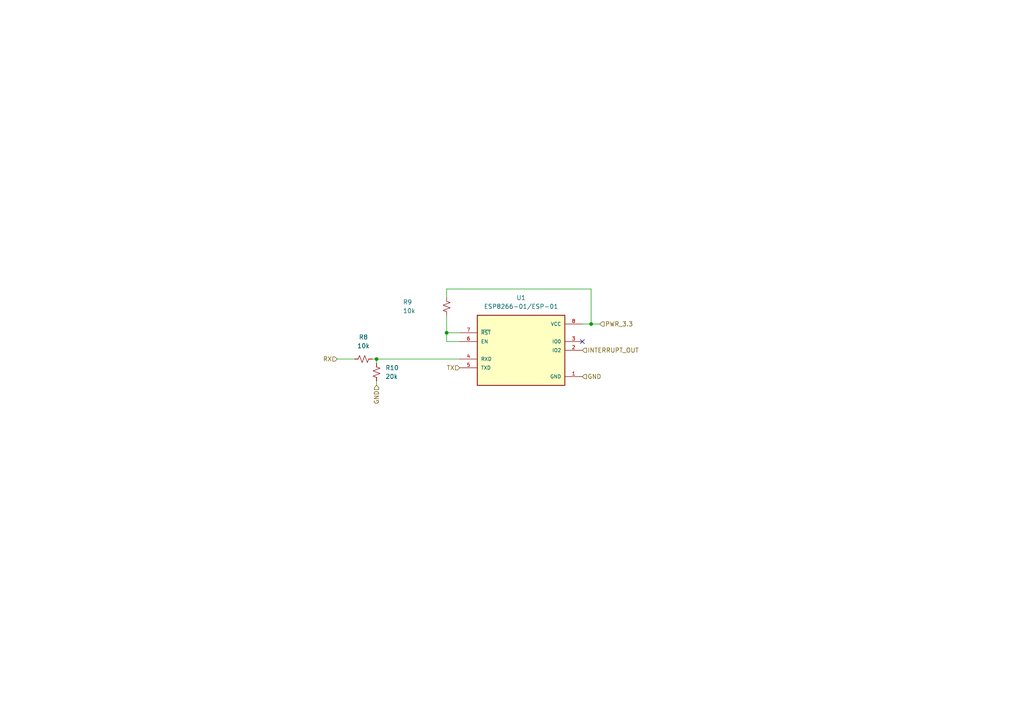
<source format=kicad_sch>
(kicad_sch (version 20230121) (generator eeschema)
  (paper "A4")
  (lib_symbols
    (symbol "Device:R_Small_US" (pin_numbers hide) (pin_names (offset 0.254) hide)
      (property "Reference" "R" (at 0.762 0.508 0))
      (property "Value" "R_Small_US" (at 0.762 -1.016 0))
      (symbol "R_Small_US_1_1"
        (polyline (pts (xy 0 0) (xy 1.016 -0.381) (xy 0 -0.762) (xy -1.016 -1.143) (xy 0 -1.524)))
        (polyline (pts (xy 0 1.524) (xy 1.016 1.143) (xy 0 0.762) (xy -1.016 0.381) (xy 0 0)))
        (pin passive line (at 0 2.54 270) (length 1.016) (name "~") (number "1"))
        (pin passive line (at 0 -2.54 90) (length 1.016) (name "~") (number "2"))
      )
    )
    (symbol "ESP8266-01_ESP-01:ESP8266-01{slash}ESP-01" (pin_names (offset 1.016))
      (property "Reference" "U" (at -12.7094 10.6778 0))
      (property "Value" "ESP8266-01{slash}ESP-01" (at -12.7131 -12.7131 0))
      (symbol "ESP8266-01{slash}ESP-01_0_0"
        (rectangle (start -12.7 -10.16) (end 12.7 10.16) (stroke (width 0.254)) (fill (type background)))
        (pin power_in line (at 17.78 -7.62 180) (length 5.08) (name "GND") (number "1"))
        (pin bidirectional line (at 17.78 0 180) (length 5.08) (name "IO2") (number "2"))
        (pin bidirectional line (at 17.78 2.54 180) (length 5.08) (name "IO0") (number "3"))
        (pin input line (at -17.78 -2.54 0) (length 5.08) (name "RXD") (number "4"))
        (pin output line (at -17.78 -5.08 0) (length 5.08) (name "TXD") (number "5"))
        (pin input line (at -17.78 2.54 0) (length 5.08) (name "EN") (number "6"))
        (pin input line (at -17.78 5.08 0) (length 5.08) (name "~{RST}") (number "7"))
        (pin power_in line (at 17.78 7.62 180) (length 5.08) (name "VCC") (number "8"))
      )
    )
  )
  (junction (at 171.45 93.98))
  (junction (at 109.22 104.14))
  (junction (at 129.54 96.52))
  (no_connect (at 168.91 99.06))
  (wire (pts (xy 173.99 93.98) (xy 171.45 93.98)))
  (wire (pts (xy 97.79 104.14) (xy 102.87 104.14)))
  (wire (pts (xy 109.22 104.14) (xy 109.22 105.41)))
  (wire (pts (xy 171.45 83.82) (xy 129.54 83.82)))
  (wire (pts (xy 129.54 83.82) (xy 129.54 86.36)))
  (wire (pts (xy 129.54 99.06) (xy 133.35 99.06)))
  (wire (pts (xy 109.22 110.49) (xy 109.22 111.76)))
  (wire (pts (xy 129.54 91.44) (xy 129.54 96.52)))
  (wire (pts (xy 129.54 96.52) (xy 133.35 96.52)))
  (wire (pts (xy 129.54 96.52) (xy 129.54 99.06)))
  (wire (pts (xy 109.22 104.14) (xy 133.35 104.14)))
  (wire (pts (xy 107.95 104.14) (xy 109.22 104.14)))
  (wire (pts (xy 171.45 93.98) (xy 171.45 83.82)))
  (wire (pts (xy 171.45 93.98) (xy 168.91 93.98)))
  (hierarchical_label "TX" (shape input) (at 133.35 106.68 180))
  (hierarchical_label "INTERRUPT_OUT" (shape input) (at 168.91 101.6 0))
  (hierarchical_label "RX" (shape input) (at 97.79 104.14 180))
  (hierarchical_label "GND" (shape input) (at 168.91 109.22 0))
  (hierarchical_label "GND" (shape input) (at 109.22 111.76 270))
  (hierarchical_label "PWR_3.3" (shape input) (at 173.99 93.98 0))
  (symbol (lib_id "Device:R_Small_US") (at 105.41 104.14 90) (unit 1)
    (property "Reference" "R8" (at 105.41 97.79 90))
    (property "Value" "10k" (at 105.41 100.33 90))
  )
  (symbol (lib_id "Device:R_Small_US") (at 109.22 107.95 0) (unit 1)
    (property "Reference" "R10" (at 111.76 106.68 0) (effects (justify left)))
    (property "Value" "20k" (at 111.76 109.22 0) (effects (justify left)))
  )
  (symbol (lib_id "ESP8266-01_ESP-01:ESP8266-01{slash}ESP-01") (at 151.13 101.6 0) (unit 1)
    (property "Reference" "U1" (at 151.13 86.36 0))
    (property "Value" "ESP8266-01/ESP-01" (at 151.13 88.9 0))
    (property "Footprint" "ESP8266-01/ESP-01:XCVR_ESP8266-01/ESP-01" (effects hide))
    (property "MF" "AI-Thinker" (effects hide))
    (property "MAXIMUM_PACKAGE_HEIGHT" "11.2 mm" (effects hide))
    (property "Package" "Non-Standard AI-Thinker" (effects hide))
    (property "Price" "None" (effects hide))
    (property "Check_prices" "https://www.snapeda.com/parts/ESP8266-01/ESP-01/AI-Thinker/view-part/?ref=eda" (effects hide))
    (property "STANDARD" "Manufacturer recommendations or IPC 7351B" (effects hide))
    (property "PARTREV" "V1.2" (effects hide))
    (property "SnapEDA_Link" "https://www.snapeda.com/parts/ESP8266-01/ESP-01/AI-Thinker/view-part/?ref=snap" (effects hide))
    (property "MP" "ESP8266-01/ESP-01" (effects hide))
    (property "Description" "\nMakerFocus 4pcs ESP8266 ESP-01 Serial Wireless WiFi Transceiver Receiver Module 1MB SPI Flash DC3.0-3.6V Internet of Things WiFi Module Board Compatible with Ar duino\n" (effects hide))
    (property "Availability" "Not in stock" (effects hide))
    (property "MANUFACTURER" "AI-Thinker" (effects hide))
  )
  (symbol (lib_id "Device:R_Small_US") (at 129.54 88.9 180) (unit 1)
    (property "Reference" "R9" (at 116.84 87.63 0) (effects (justify right)))
    (property "Value" "10k" (at 116.84 90.17 0) (effects (justify right)))
  )
)
</source>
